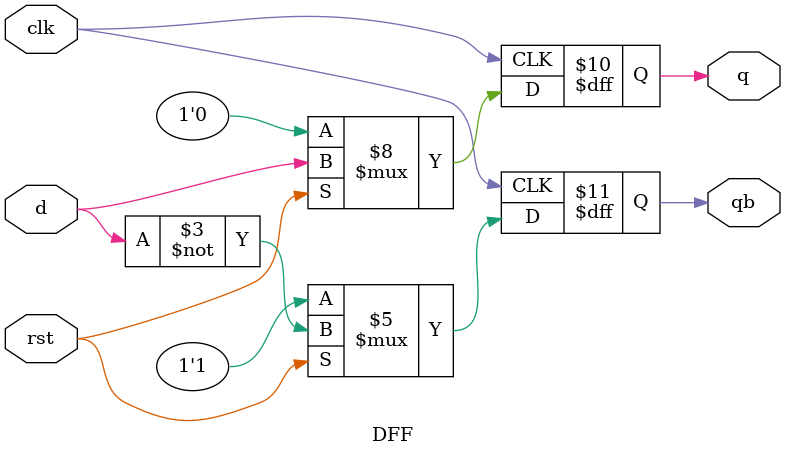
<source format=v>
`timescale 1ns / 1ps


module DFF(d,clk,rst,q,qb);
	input d,clk,rst;
	output reg q,qb;
	always@(posedge clk)
	begin
		if (!rst) begin
			q = 0;
			qb = 1;
		end
		else begin
			q = d;
			qb = ~d;
		end
	end
endmodule

</source>
